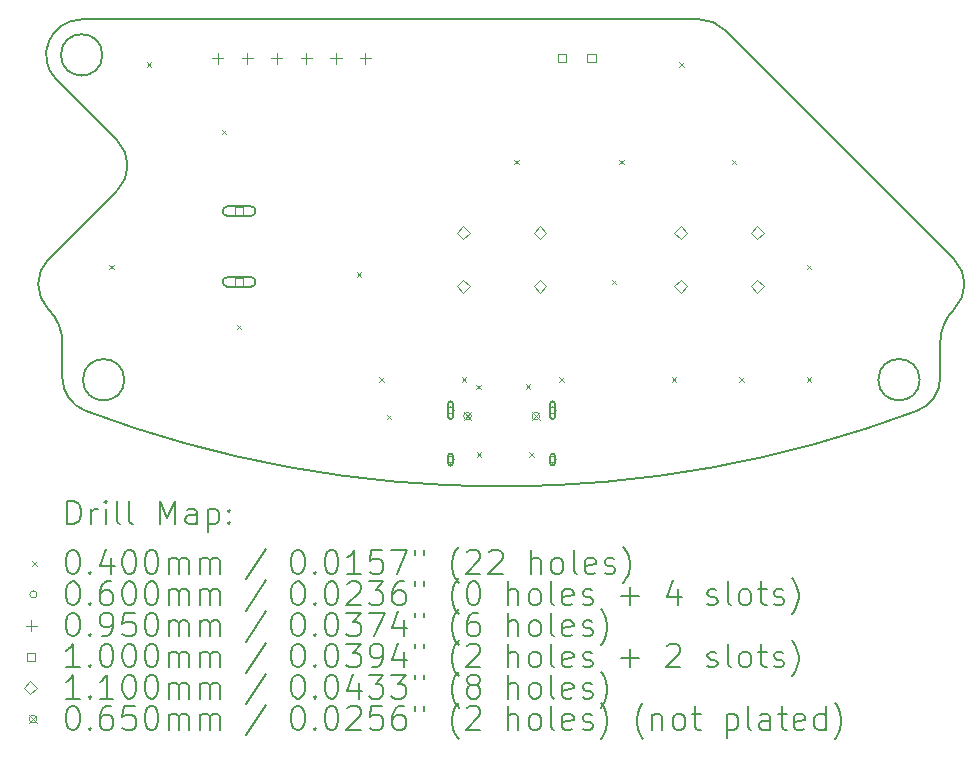
<source format=gbr>
%FSLAX45Y45*%
G04 Gerber Fmt 4.5, Leading zero omitted, Abs format (unit mm)*
G04 Created by KiCad (PCBNEW (6.0.5)) date 2022-10-18 17:57:20*
%MOMM*%
%LPD*%
G01*
G04 APERTURE LIST*
%TA.AperFunction,Profile*%
%ADD10C,0.200000*%
%TD*%
%ADD11C,0.200000*%
%ADD12C,0.040000*%
%ADD13C,0.060000*%
%ADD14C,0.095000*%
%ADD15C,0.100000*%
%ADD16C,0.110000*%
%ADD17C,0.065000*%
G04 APERTURE END LIST*
D10*
X11393861Y-10102975D02*
G75*
G03*
X11276700Y-9820133I-399981J5D01*
G01*
X11276700Y-9395868D02*
G75*
G03*
X11276700Y-9820133I212130J-212132D01*
G01*
X16789590Y-7366000D02*
X11557000Y-7366000D01*
X11393858Y-10398182D02*
G75*
G03*
X11588197Y-10678959I300002J2D01*
G01*
X17001722Y-7453868D02*
G75*
G03*
X16789590Y-7366000I-212132J-212132D01*
G01*
X11557000Y-7366000D02*
G75*
G03*
X11344868Y-7878132I0J-300000D01*
G01*
X11732000Y-7666000D02*
G75*
G03*
X11732000Y-7666000I-175000J0D01*
G01*
X11344868Y-7878132D02*
X11857520Y-8390784D01*
X18943722Y-9820132D02*
G75*
G03*
X18943723Y-9395868I-212132J212132D01*
G01*
X11918063Y-10416546D02*
G75*
G03*
X11918063Y-10416546I-175000J0D01*
G01*
X18826565Y-10398182D02*
X18826565Y-10102975D01*
X11588197Y-10678959D02*
G75*
G03*
X18632226Y-10678959I3522014J9359243D01*
G01*
X18943724Y-9820134D02*
G75*
G03*
X18826565Y-10102975I282846J-282846D01*
G01*
X18652360Y-10416546D02*
G75*
G03*
X18652360Y-10416546I-175000J0D01*
G01*
X11857520Y-8815048D02*
G75*
G03*
X11857520Y-8390784I-212133J212132D01*
G01*
X18632225Y-10678957D02*
G75*
G03*
X18826565Y-10398182I-105645J280767D01*
G01*
X11857520Y-8815049D02*
X11276700Y-9395868D01*
X18943723Y-9395868D02*
X17001722Y-7453868D01*
X11393858Y-10102975D02*
X11393858Y-10398182D01*
D11*
D12*
X11791000Y-9441500D02*
X11831000Y-9481500D01*
X11831000Y-9441500D02*
X11791000Y-9481500D01*
X12108500Y-7727000D02*
X12148500Y-7767000D01*
X12148500Y-7727000D02*
X12108500Y-7767000D01*
X12743500Y-8298500D02*
X12783500Y-8338500D01*
X12783500Y-8298500D02*
X12743500Y-8338500D01*
X12870500Y-9949500D02*
X12910500Y-9989500D01*
X12910500Y-9949500D02*
X12870500Y-9989500D01*
X13886500Y-9505000D02*
X13926500Y-9545000D01*
X13926500Y-9505000D02*
X13886500Y-9545000D01*
X14077000Y-10394000D02*
X14117000Y-10434000D01*
X14117000Y-10394000D02*
X14077000Y-10434000D01*
X14140500Y-10711500D02*
X14180500Y-10751500D01*
X14180500Y-10711500D02*
X14140500Y-10751500D01*
X14775500Y-10394000D02*
X14815500Y-10434000D01*
X14815500Y-10394000D02*
X14775500Y-10434000D01*
X14895550Y-10457500D02*
X14935550Y-10497500D01*
X14935550Y-10457500D02*
X14895550Y-10497500D01*
X14902500Y-11029000D02*
X14942500Y-11069000D01*
X14942500Y-11029000D02*
X14902500Y-11069000D01*
X15220000Y-8552500D02*
X15260000Y-8592500D01*
X15260000Y-8552500D02*
X15220000Y-8592500D01*
X15317343Y-10452384D02*
X15357343Y-10492384D01*
X15357343Y-10452384D02*
X15317343Y-10492384D01*
X15347000Y-11029000D02*
X15387000Y-11069000D01*
X15387000Y-11029000D02*
X15347000Y-11069000D01*
X15601000Y-10394000D02*
X15641000Y-10434000D01*
X15641000Y-10394000D02*
X15601000Y-10434000D01*
X16045500Y-9568500D02*
X16085500Y-9608500D01*
X16085500Y-9568500D02*
X16045500Y-9608500D01*
X16109000Y-8552500D02*
X16149000Y-8592500D01*
X16149000Y-8552500D02*
X16109000Y-8592500D01*
X16553500Y-10394000D02*
X16593500Y-10434000D01*
X16593500Y-10394000D02*
X16553500Y-10434000D01*
X16617000Y-7727000D02*
X16657000Y-7767000D01*
X16657000Y-7727000D02*
X16617000Y-7767000D01*
X17061500Y-8552500D02*
X17101500Y-8592500D01*
X17101500Y-8552500D02*
X17061500Y-8592500D01*
X17125000Y-10394000D02*
X17165000Y-10434000D01*
X17165000Y-10394000D02*
X17125000Y-10434000D01*
X17696500Y-9441500D02*
X17736500Y-9481500D01*
X17736500Y-9441500D02*
X17696500Y-9481500D01*
X17696500Y-10394000D02*
X17736500Y-10434000D01*
X17736500Y-10394000D02*
X17696500Y-10434000D01*
D13*
X14711000Y-10675000D02*
G75*
G03*
X14711000Y-10675000I-30000J0D01*
G01*
D11*
X14661000Y-10620000D02*
X14661000Y-10730000D01*
X14701000Y-10620000D02*
X14701000Y-10730000D01*
X14661000Y-10730000D02*
G75*
G03*
X14701000Y-10730000I20000J0D01*
G01*
X14701000Y-10620000D02*
G75*
G03*
X14661000Y-10620000I-20000J0D01*
G01*
D13*
X14711000Y-11093000D02*
G75*
G03*
X14711000Y-11093000I-30000J0D01*
G01*
D11*
X14661000Y-11063000D02*
X14661000Y-11123000D01*
X14701000Y-11063000D02*
X14701000Y-11123000D01*
X14661000Y-11123000D02*
G75*
G03*
X14701000Y-11123000I20000J0D01*
G01*
X14701000Y-11063000D02*
G75*
G03*
X14661000Y-11063000I-20000J0D01*
G01*
D13*
X15575000Y-10675000D02*
G75*
G03*
X15575000Y-10675000I-30000J0D01*
G01*
D11*
X15525000Y-10620000D02*
X15525000Y-10730000D01*
X15565000Y-10620000D02*
X15565000Y-10730000D01*
X15525000Y-10730000D02*
G75*
G03*
X15565000Y-10730000I20000J0D01*
G01*
X15565000Y-10620000D02*
G75*
G03*
X15525000Y-10620000I-20000J0D01*
G01*
D13*
X15575000Y-11093000D02*
G75*
G03*
X15575000Y-11093000I-30000J0D01*
G01*
D11*
X15525000Y-11063000D02*
X15525000Y-11123000D01*
X15565000Y-11063000D02*
X15565000Y-11123000D01*
X15525000Y-11123000D02*
G75*
G03*
X15565000Y-11123000I20000J0D01*
G01*
X15565000Y-11063000D02*
G75*
G03*
X15525000Y-11063000I-20000J0D01*
G01*
D14*
X12710000Y-7647000D02*
X12710000Y-7742000D01*
X12662500Y-7694500D02*
X12757500Y-7694500D01*
X12960000Y-7647000D02*
X12960000Y-7742000D01*
X12912500Y-7694500D02*
X13007500Y-7694500D01*
X13210000Y-7647000D02*
X13210000Y-7742000D01*
X13162500Y-7694500D02*
X13257500Y-7694500D01*
X13460000Y-7647000D02*
X13460000Y-7742000D01*
X13412500Y-7694500D02*
X13507500Y-7694500D01*
X13710000Y-7647000D02*
X13710000Y-7742000D01*
X13662500Y-7694500D02*
X13757500Y-7694500D01*
X13960000Y-7647000D02*
X13960000Y-7742000D01*
X13912500Y-7694500D02*
X14007500Y-7694500D01*
D15*
X12925856Y-9023856D02*
X12925856Y-8953144D01*
X12855144Y-8953144D01*
X12855144Y-9023856D01*
X12925856Y-9023856D01*
D11*
X12790500Y-9028500D02*
X12990500Y-9028500D01*
X12790500Y-8948500D02*
X12990500Y-8948500D01*
X12990500Y-9028500D02*
G75*
G03*
X12990500Y-8948500I0J40000D01*
G01*
X12790500Y-8948500D02*
G75*
G03*
X12790500Y-9028500I0J-40000D01*
G01*
D15*
X12925856Y-9623856D02*
X12925856Y-9553144D01*
X12855144Y-9553144D01*
X12855144Y-9623856D01*
X12925856Y-9623856D01*
D11*
X12790500Y-9628500D02*
X12990500Y-9628500D01*
X12790500Y-9548500D02*
X12990500Y-9548500D01*
X12990500Y-9628500D02*
G75*
G03*
X12990500Y-9548500I0J40000D01*
G01*
X12790500Y-9548500D02*
G75*
G03*
X12790500Y-9628500I0J-40000D01*
G01*
D15*
X15658356Y-7729856D02*
X15658356Y-7659144D01*
X15587644Y-7659144D01*
X15587644Y-7729856D01*
X15658356Y-7729856D01*
X15908356Y-7729856D02*
X15908356Y-7659144D01*
X15837644Y-7659144D01*
X15837644Y-7729856D01*
X15908356Y-7729856D01*
D16*
X14788000Y-9228000D02*
X14843000Y-9173000D01*
X14788000Y-9118000D01*
X14733000Y-9173000D01*
X14788000Y-9228000D01*
X14788000Y-9678000D02*
X14843000Y-9623000D01*
X14788000Y-9568000D01*
X14733000Y-9623000D01*
X14788000Y-9678000D01*
X15438000Y-9228000D02*
X15493000Y-9173000D01*
X15438000Y-9118000D01*
X15383000Y-9173000D01*
X15438000Y-9228000D01*
X15438000Y-9678000D02*
X15493000Y-9623000D01*
X15438000Y-9568000D01*
X15383000Y-9623000D01*
X15438000Y-9678000D01*
X16629500Y-9228000D02*
X16684500Y-9173000D01*
X16629500Y-9118000D01*
X16574500Y-9173000D01*
X16629500Y-9228000D01*
X16629500Y-9678000D02*
X16684500Y-9623000D01*
X16629500Y-9568000D01*
X16574500Y-9623000D01*
X16629500Y-9678000D01*
X17279500Y-9228000D02*
X17334500Y-9173000D01*
X17279500Y-9118000D01*
X17224500Y-9173000D01*
X17279500Y-9228000D01*
X17279500Y-9678000D02*
X17334500Y-9623000D01*
X17279500Y-9568000D01*
X17224500Y-9623000D01*
X17279500Y-9678000D01*
D17*
X14791500Y-10692500D02*
X14856500Y-10757500D01*
X14856500Y-10692500D02*
X14791500Y-10757500D01*
X14856500Y-10725000D02*
G75*
G03*
X14856500Y-10725000I-32500J0D01*
G01*
X15369500Y-10692500D02*
X15434500Y-10757500D01*
X15434500Y-10692500D02*
X15369500Y-10757500D01*
X15434500Y-10725000D02*
G75*
G03*
X15434500Y-10725000I-32500J0D01*
G01*
D11*
X11436450Y-11640193D02*
X11436450Y-11440193D01*
X11484069Y-11440193D01*
X11512641Y-11449717D01*
X11531689Y-11468764D01*
X11541212Y-11487812D01*
X11550736Y-11525907D01*
X11550736Y-11554478D01*
X11541212Y-11592574D01*
X11531689Y-11611621D01*
X11512641Y-11630669D01*
X11484069Y-11640193D01*
X11436450Y-11640193D01*
X11636450Y-11640193D02*
X11636450Y-11506859D01*
X11636450Y-11544955D02*
X11645974Y-11525907D01*
X11655498Y-11516383D01*
X11674546Y-11506859D01*
X11693593Y-11506859D01*
X11760260Y-11640193D02*
X11760260Y-11506859D01*
X11760260Y-11440193D02*
X11750736Y-11449717D01*
X11760260Y-11459240D01*
X11769784Y-11449717D01*
X11760260Y-11440193D01*
X11760260Y-11459240D01*
X11884069Y-11640193D02*
X11865022Y-11630669D01*
X11855498Y-11611621D01*
X11855498Y-11440193D01*
X11988831Y-11640193D02*
X11969784Y-11630669D01*
X11960260Y-11611621D01*
X11960260Y-11440193D01*
X12217403Y-11640193D02*
X12217403Y-11440193D01*
X12284069Y-11583050D01*
X12350736Y-11440193D01*
X12350736Y-11640193D01*
X12531689Y-11640193D02*
X12531689Y-11535431D01*
X12522165Y-11516383D01*
X12503117Y-11506859D01*
X12465022Y-11506859D01*
X12445974Y-11516383D01*
X12531689Y-11630669D02*
X12512641Y-11640193D01*
X12465022Y-11640193D01*
X12445974Y-11630669D01*
X12436450Y-11611621D01*
X12436450Y-11592574D01*
X12445974Y-11573526D01*
X12465022Y-11564002D01*
X12512641Y-11564002D01*
X12531689Y-11554478D01*
X12626927Y-11506859D02*
X12626927Y-11706859D01*
X12626927Y-11516383D02*
X12645974Y-11506859D01*
X12684069Y-11506859D01*
X12703117Y-11516383D01*
X12712641Y-11525907D01*
X12722165Y-11544955D01*
X12722165Y-11602097D01*
X12712641Y-11621145D01*
X12703117Y-11630669D01*
X12684069Y-11640193D01*
X12645974Y-11640193D01*
X12626927Y-11630669D01*
X12807879Y-11621145D02*
X12817403Y-11630669D01*
X12807879Y-11640193D01*
X12798355Y-11630669D01*
X12807879Y-11621145D01*
X12807879Y-11640193D01*
X12807879Y-11516383D02*
X12817403Y-11525907D01*
X12807879Y-11535431D01*
X12798355Y-11525907D01*
X12807879Y-11516383D01*
X12807879Y-11535431D01*
D12*
X11138832Y-11949717D02*
X11178832Y-11989717D01*
X11178832Y-11949717D02*
X11138832Y-11989717D01*
D11*
X11474546Y-11860193D02*
X11493593Y-11860193D01*
X11512641Y-11869717D01*
X11522165Y-11879240D01*
X11531689Y-11898288D01*
X11541212Y-11936383D01*
X11541212Y-11984002D01*
X11531689Y-12022097D01*
X11522165Y-12041145D01*
X11512641Y-12050669D01*
X11493593Y-12060193D01*
X11474546Y-12060193D01*
X11455498Y-12050669D01*
X11445974Y-12041145D01*
X11436450Y-12022097D01*
X11426927Y-11984002D01*
X11426927Y-11936383D01*
X11436450Y-11898288D01*
X11445974Y-11879240D01*
X11455498Y-11869717D01*
X11474546Y-11860193D01*
X11626927Y-12041145D02*
X11636450Y-12050669D01*
X11626927Y-12060193D01*
X11617403Y-12050669D01*
X11626927Y-12041145D01*
X11626927Y-12060193D01*
X11807879Y-11926859D02*
X11807879Y-12060193D01*
X11760260Y-11850669D02*
X11712641Y-11993526D01*
X11836450Y-11993526D01*
X11950736Y-11860193D02*
X11969784Y-11860193D01*
X11988831Y-11869717D01*
X11998355Y-11879240D01*
X12007879Y-11898288D01*
X12017403Y-11936383D01*
X12017403Y-11984002D01*
X12007879Y-12022097D01*
X11998355Y-12041145D01*
X11988831Y-12050669D01*
X11969784Y-12060193D01*
X11950736Y-12060193D01*
X11931689Y-12050669D01*
X11922165Y-12041145D01*
X11912641Y-12022097D01*
X11903117Y-11984002D01*
X11903117Y-11936383D01*
X11912641Y-11898288D01*
X11922165Y-11879240D01*
X11931689Y-11869717D01*
X11950736Y-11860193D01*
X12141212Y-11860193D02*
X12160260Y-11860193D01*
X12179308Y-11869717D01*
X12188831Y-11879240D01*
X12198355Y-11898288D01*
X12207879Y-11936383D01*
X12207879Y-11984002D01*
X12198355Y-12022097D01*
X12188831Y-12041145D01*
X12179308Y-12050669D01*
X12160260Y-12060193D01*
X12141212Y-12060193D01*
X12122165Y-12050669D01*
X12112641Y-12041145D01*
X12103117Y-12022097D01*
X12093593Y-11984002D01*
X12093593Y-11936383D01*
X12103117Y-11898288D01*
X12112641Y-11879240D01*
X12122165Y-11869717D01*
X12141212Y-11860193D01*
X12293593Y-12060193D02*
X12293593Y-11926859D01*
X12293593Y-11945907D02*
X12303117Y-11936383D01*
X12322165Y-11926859D01*
X12350736Y-11926859D01*
X12369784Y-11936383D01*
X12379308Y-11955431D01*
X12379308Y-12060193D01*
X12379308Y-11955431D02*
X12388831Y-11936383D01*
X12407879Y-11926859D01*
X12436450Y-11926859D01*
X12455498Y-11936383D01*
X12465022Y-11955431D01*
X12465022Y-12060193D01*
X12560260Y-12060193D02*
X12560260Y-11926859D01*
X12560260Y-11945907D02*
X12569784Y-11936383D01*
X12588831Y-11926859D01*
X12617403Y-11926859D01*
X12636450Y-11936383D01*
X12645974Y-11955431D01*
X12645974Y-12060193D01*
X12645974Y-11955431D02*
X12655498Y-11936383D01*
X12674546Y-11926859D01*
X12703117Y-11926859D01*
X12722165Y-11936383D01*
X12731689Y-11955431D01*
X12731689Y-12060193D01*
X13122165Y-11850669D02*
X12950736Y-12107812D01*
X13379308Y-11860193D02*
X13398355Y-11860193D01*
X13417403Y-11869717D01*
X13426927Y-11879240D01*
X13436450Y-11898288D01*
X13445974Y-11936383D01*
X13445974Y-11984002D01*
X13436450Y-12022097D01*
X13426927Y-12041145D01*
X13417403Y-12050669D01*
X13398355Y-12060193D01*
X13379308Y-12060193D01*
X13360260Y-12050669D01*
X13350736Y-12041145D01*
X13341212Y-12022097D01*
X13331689Y-11984002D01*
X13331689Y-11936383D01*
X13341212Y-11898288D01*
X13350736Y-11879240D01*
X13360260Y-11869717D01*
X13379308Y-11860193D01*
X13531689Y-12041145D02*
X13541212Y-12050669D01*
X13531689Y-12060193D01*
X13522165Y-12050669D01*
X13531689Y-12041145D01*
X13531689Y-12060193D01*
X13665022Y-11860193D02*
X13684069Y-11860193D01*
X13703117Y-11869717D01*
X13712641Y-11879240D01*
X13722165Y-11898288D01*
X13731689Y-11936383D01*
X13731689Y-11984002D01*
X13722165Y-12022097D01*
X13712641Y-12041145D01*
X13703117Y-12050669D01*
X13684069Y-12060193D01*
X13665022Y-12060193D01*
X13645974Y-12050669D01*
X13636450Y-12041145D01*
X13626927Y-12022097D01*
X13617403Y-11984002D01*
X13617403Y-11936383D01*
X13626927Y-11898288D01*
X13636450Y-11879240D01*
X13645974Y-11869717D01*
X13665022Y-11860193D01*
X13922165Y-12060193D02*
X13807879Y-12060193D01*
X13865022Y-12060193D02*
X13865022Y-11860193D01*
X13845974Y-11888764D01*
X13826927Y-11907812D01*
X13807879Y-11917336D01*
X14103117Y-11860193D02*
X14007879Y-11860193D01*
X13998355Y-11955431D01*
X14007879Y-11945907D01*
X14026927Y-11936383D01*
X14074546Y-11936383D01*
X14093593Y-11945907D01*
X14103117Y-11955431D01*
X14112641Y-11974478D01*
X14112641Y-12022097D01*
X14103117Y-12041145D01*
X14093593Y-12050669D01*
X14074546Y-12060193D01*
X14026927Y-12060193D01*
X14007879Y-12050669D01*
X13998355Y-12041145D01*
X14179308Y-11860193D02*
X14312641Y-11860193D01*
X14226927Y-12060193D01*
X14379308Y-11860193D02*
X14379308Y-11898288D01*
X14455498Y-11860193D02*
X14455498Y-11898288D01*
X14750736Y-12136383D02*
X14741212Y-12126859D01*
X14722165Y-12098288D01*
X14712641Y-12079240D01*
X14703117Y-12050669D01*
X14693593Y-12003050D01*
X14693593Y-11964955D01*
X14703117Y-11917336D01*
X14712641Y-11888764D01*
X14722165Y-11869717D01*
X14741212Y-11841145D01*
X14750736Y-11831621D01*
X14817403Y-11879240D02*
X14826927Y-11869717D01*
X14845974Y-11860193D01*
X14893593Y-11860193D01*
X14912641Y-11869717D01*
X14922165Y-11879240D01*
X14931689Y-11898288D01*
X14931689Y-11917336D01*
X14922165Y-11945907D01*
X14807879Y-12060193D01*
X14931689Y-12060193D01*
X15007879Y-11879240D02*
X15017403Y-11869717D01*
X15036450Y-11860193D01*
X15084069Y-11860193D01*
X15103117Y-11869717D01*
X15112641Y-11879240D01*
X15122165Y-11898288D01*
X15122165Y-11917336D01*
X15112641Y-11945907D01*
X14998355Y-12060193D01*
X15122165Y-12060193D01*
X15360260Y-12060193D02*
X15360260Y-11860193D01*
X15445974Y-12060193D02*
X15445974Y-11955431D01*
X15436450Y-11936383D01*
X15417403Y-11926859D01*
X15388831Y-11926859D01*
X15369784Y-11936383D01*
X15360260Y-11945907D01*
X15569784Y-12060193D02*
X15550736Y-12050669D01*
X15541212Y-12041145D01*
X15531689Y-12022097D01*
X15531689Y-11964955D01*
X15541212Y-11945907D01*
X15550736Y-11936383D01*
X15569784Y-11926859D01*
X15598355Y-11926859D01*
X15617403Y-11936383D01*
X15626927Y-11945907D01*
X15636450Y-11964955D01*
X15636450Y-12022097D01*
X15626927Y-12041145D01*
X15617403Y-12050669D01*
X15598355Y-12060193D01*
X15569784Y-12060193D01*
X15750736Y-12060193D02*
X15731689Y-12050669D01*
X15722165Y-12031621D01*
X15722165Y-11860193D01*
X15903117Y-12050669D02*
X15884069Y-12060193D01*
X15845974Y-12060193D01*
X15826927Y-12050669D01*
X15817403Y-12031621D01*
X15817403Y-11955431D01*
X15826927Y-11936383D01*
X15845974Y-11926859D01*
X15884069Y-11926859D01*
X15903117Y-11936383D01*
X15912641Y-11955431D01*
X15912641Y-11974478D01*
X15817403Y-11993526D01*
X15988831Y-12050669D02*
X16007879Y-12060193D01*
X16045974Y-12060193D01*
X16065022Y-12050669D01*
X16074546Y-12031621D01*
X16074546Y-12022097D01*
X16065022Y-12003050D01*
X16045974Y-11993526D01*
X16017403Y-11993526D01*
X15998355Y-11984002D01*
X15988831Y-11964955D01*
X15988831Y-11955431D01*
X15998355Y-11936383D01*
X16017403Y-11926859D01*
X16045974Y-11926859D01*
X16065022Y-11936383D01*
X16141212Y-12136383D02*
X16150736Y-12126859D01*
X16169784Y-12098288D01*
X16179308Y-12079240D01*
X16188831Y-12050669D01*
X16198355Y-12003050D01*
X16198355Y-11964955D01*
X16188831Y-11917336D01*
X16179308Y-11888764D01*
X16169784Y-11869717D01*
X16150736Y-11841145D01*
X16141212Y-11831621D01*
D13*
X11178832Y-12233717D02*
G75*
G03*
X11178832Y-12233717I-30000J0D01*
G01*
D11*
X11474546Y-12124193D02*
X11493593Y-12124193D01*
X11512641Y-12133717D01*
X11522165Y-12143240D01*
X11531689Y-12162288D01*
X11541212Y-12200383D01*
X11541212Y-12248002D01*
X11531689Y-12286097D01*
X11522165Y-12305145D01*
X11512641Y-12314669D01*
X11493593Y-12324193D01*
X11474546Y-12324193D01*
X11455498Y-12314669D01*
X11445974Y-12305145D01*
X11436450Y-12286097D01*
X11426927Y-12248002D01*
X11426927Y-12200383D01*
X11436450Y-12162288D01*
X11445974Y-12143240D01*
X11455498Y-12133717D01*
X11474546Y-12124193D01*
X11626927Y-12305145D02*
X11636450Y-12314669D01*
X11626927Y-12324193D01*
X11617403Y-12314669D01*
X11626927Y-12305145D01*
X11626927Y-12324193D01*
X11807879Y-12124193D02*
X11769784Y-12124193D01*
X11750736Y-12133717D01*
X11741212Y-12143240D01*
X11722165Y-12171812D01*
X11712641Y-12209907D01*
X11712641Y-12286097D01*
X11722165Y-12305145D01*
X11731689Y-12314669D01*
X11750736Y-12324193D01*
X11788831Y-12324193D01*
X11807879Y-12314669D01*
X11817403Y-12305145D01*
X11826927Y-12286097D01*
X11826927Y-12238478D01*
X11817403Y-12219431D01*
X11807879Y-12209907D01*
X11788831Y-12200383D01*
X11750736Y-12200383D01*
X11731689Y-12209907D01*
X11722165Y-12219431D01*
X11712641Y-12238478D01*
X11950736Y-12124193D02*
X11969784Y-12124193D01*
X11988831Y-12133717D01*
X11998355Y-12143240D01*
X12007879Y-12162288D01*
X12017403Y-12200383D01*
X12017403Y-12248002D01*
X12007879Y-12286097D01*
X11998355Y-12305145D01*
X11988831Y-12314669D01*
X11969784Y-12324193D01*
X11950736Y-12324193D01*
X11931689Y-12314669D01*
X11922165Y-12305145D01*
X11912641Y-12286097D01*
X11903117Y-12248002D01*
X11903117Y-12200383D01*
X11912641Y-12162288D01*
X11922165Y-12143240D01*
X11931689Y-12133717D01*
X11950736Y-12124193D01*
X12141212Y-12124193D02*
X12160260Y-12124193D01*
X12179308Y-12133717D01*
X12188831Y-12143240D01*
X12198355Y-12162288D01*
X12207879Y-12200383D01*
X12207879Y-12248002D01*
X12198355Y-12286097D01*
X12188831Y-12305145D01*
X12179308Y-12314669D01*
X12160260Y-12324193D01*
X12141212Y-12324193D01*
X12122165Y-12314669D01*
X12112641Y-12305145D01*
X12103117Y-12286097D01*
X12093593Y-12248002D01*
X12093593Y-12200383D01*
X12103117Y-12162288D01*
X12112641Y-12143240D01*
X12122165Y-12133717D01*
X12141212Y-12124193D01*
X12293593Y-12324193D02*
X12293593Y-12190859D01*
X12293593Y-12209907D02*
X12303117Y-12200383D01*
X12322165Y-12190859D01*
X12350736Y-12190859D01*
X12369784Y-12200383D01*
X12379308Y-12219431D01*
X12379308Y-12324193D01*
X12379308Y-12219431D02*
X12388831Y-12200383D01*
X12407879Y-12190859D01*
X12436450Y-12190859D01*
X12455498Y-12200383D01*
X12465022Y-12219431D01*
X12465022Y-12324193D01*
X12560260Y-12324193D02*
X12560260Y-12190859D01*
X12560260Y-12209907D02*
X12569784Y-12200383D01*
X12588831Y-12190859D01*
X12617403Y-12190859D01*
X12636450Y-12200383D01*
X12645974Y-12219431D01*
X12645974Y-12324193D01*
X12645974Y-12219431D02*
X12655498Y-12200383D01*
X12674546Y-12190859D01*
X12703117Y-12190859D01*
X12722165Y-12200383D01*
X12731689Y-12219431D01*
X12731689Y-12324193D01*
X13122165Y-12114669D02*
X12950736Y-12371812D01*
X13379308Y-12124193D02*
X13398355Y-12124193D01*
X13417403Y-12133717D01*
X13426927Y-12143240D01*
X13436450Y-12162288D01*
X13445974Y-12200383D01*
X13445974Y-12248002D01*
X13436450Y-12286097D01*
X13426927Y-12305145D01*
X13417403Y-12314669D01*
X13398355Y-12324193D01*
X13379308Y-12324193D01*
X13360260Y-12314669D01*
X13350736Y-12305145D01*
X13341212Y-12286097D01*
X13331689Y-12248002D01*
X13331689Y-12200383D01*
X13341212Y-12162288D01*
X13350736Y-12143240D01*
X13360260Y-12133717D01*
X13379308Y-12124193D01*
X13531689Y-12305145D02*
X13541212Y-12314669D01*
X13531689Y-12324193D01*
X13522165Y-12314669D01*
X13531689Y-12305145D01*
X13531689Y-12324193D01*
X13665022Y-12124193D02*
X13684069Y-12124193D01*
X13703117Y-12133717D01*
X13712641Y-12143240D01*
X13722165Y-12162288D01*
X13731689Y-12200383D01*
X13731689Y-12248002D01*
X13722165Y-12286097D01*
X13712641Y-12305145D01*
X13703117Y-12314669D01*
X13684069Y-12324193D01*
X13665022Y-12324193D01*
X13645974Y-12314669D01*
X13636450Y-12305145D01*
X13626927Y-12286097D01*
X13617403Y-12248002D01*
X13617403Y-12200383D01*
X13626927Y-12162288D01*
X13636450Y-12143240D01*
X13645974Y-12133717D01*
X13665022Y-12124193D01*
X13807879Y-12143240D02*
X13817403Y-12133717D01*
X13836450Y-12124193D01*
X13884069Y-12124193D01*
X13903117Y-12133717D01*
X13912641Y-12143240D01*
X13922165Y-12162288D01*
X13922165Y-12181336D01*
X13912641Y-12209907D01*
X13798355Y-12324193D01*
X13922165Y-12324193D01*
X13988831Y-12124193D02*
X14112641Y-12124193D01*
X14045974Y-12200383D01*
X14074546Y-12200383D01*
X14093593Y-12209907D01*
X14103117Y-12219431D01*
X14112641Y-12238478D01*
X14112641Y-12286097D01*
X14103117Y-12305145D01*
X14093593Y-12314669D01*
X14074546Y-12324193D01*
X14017403Y-12324193D01*
X13998355Y-12314669D01*
X13988831Y-12305145D01*
X14284069Y-12124193D02*
X14245974Y-12124193D01*
X14226927Y-12133717D01*
X14217403Y-12143240D01*
X14198355Y-12171812D01*
X14188831Y-12209907D01*
X14188831Y-12286097D01*
X14198355Y-12305145D01*
X14207879Y-12314669D01*
X14226927Y-12324193D01*
X14265022Y-12324193D01*
X14284069Y-12314669D01*
X14293593Y-12305145D01*
X14303117Y-12286097D01*
X14303117Y-12238478D01*
X14293593Y-12219431D01*
X14284069Y-12209907D01*
X14265022Y-12200383D01*
X14226927Y-12200383D01*
X14207879Y-12209907D01*
X14198355Y-12219431D01*
X14188831Y-12238478D01*
X14379308Y-12124193D02*
X14379308Y-12162288D01*
X14455498Y-12124193D02*
X14455498Y-12162288D01*
X14750736Y-12400383D02*
X14741212Y-12390859D01*
X14722165Y-12362288D01*
X14712641Y-12343240D01*
X14703117Y-12314669D01*
X14693593Y-12267050D01*
X14693593Y-12228955D01*
X14703117Y-12181336D01*
X14712641Y-12152764D01*
X14722165Y-12133717D01*
X14741212Y-12105145D01*
X14750736Y-12095621D01*
X14865022Y-12124193D02*
X14884069Y-12124193D01*
X14903117Y-12133717D01*
X14912641Y-12143240D01*
X14922165Y-12162288D01*
X14931689Y-12200383D01*
X14931689Y-12248002D01*
X14922165Y-12286097D01*
X14912641Y-12305145D01*
X14903117Y-12314669D01*
X14884069Y-12324193D01*
X14865022Y-12324193D01*
X14845974Y-12314669D01*
X14836450Y-12305145D01*
X14826927Y-12286097D01*
X14817403Y-12248002D01*
X14817403Y-12200383D01*
X14826927Y-12162288D01*
X14836450Y-12143240D01*
X14845974Y-12133717D01*
X14865022Y-12124193D01*
X15169784Y-12324193D02*
X15169784Y-12124193D01*
X15255498Y-12324193D02*
X15255498Y-12219431D01*
X15245974Y-12200383D01*
X15226927Y-12190859D01*
X15198355Y-12190859D01*
X15179308Y-12200383D01*
X15169784Y-12209907D01*
X15379308Y-12324193D02*
X15360260Y-12314669D01*
X15350736Y-12305145D01*
X15341212Y-12286097D01*
X15341212Y-12228955D01*
X15350736Y-12209907D01*
X15360260Y-12200383D01*
X15379308Y-12190859D01*
X15407879Y-12190859D01*
X15426927Y-12200383D01*
X15436450Y-12209907D01*
X15445974Y-12228955D01*
X15445974Y-12286097D01*
X15436450Y-12305145D01*
X15426927Y-12314669D01*
X15407879Y-12324193D01*
X15379308Y-12324193D01*
X15560260Y-12324193D02*
X15541212Y-12314669D01*
X15531689Y-12295621D01*
X15531689Y-12124193D01*
X15712641Y-12314669D02*
X15693593Y-12324193D01*
X15655498Y-12324193D01*
X15636450Y-12314669D01*
X15626927Y-12295621D01*
X15626927Y-12219431D01*
X15636450Y-12200383D01*
X15655498Y-12190859D01*
X15693593Y-12190859D01*
X15712641Y-12200383D01*
X15722165Y-12219431D01*
X15722165Y-12238478D01*
X15626927Y-12257526D01*
X15798355Y-12314669D02*
X15817403Y-12324193D01*
X15855498Y-12324193D01*
X15874546Y-12314669D01*
X15884069Y-12295621D01*
X15884069Y-12286097D01*
X15874546Y-12267050D01*
X15855498Y-12257526D01*
X15826927Y-12257526D01*
X15807879Y-12248002D01*
X15798355Y-12228955D01*
X15798355Y-12219431D01*
X15807879Y-12200383D01*
X15826927Y-12190859D01*
X15855498Y-12190859D01*
X15874546Y-12200383D01*
X16122165Y-12248002D02*
X16274546Y-12248002D01*
X16198355Y-12324193D02*
X16198355Y-12171812D01*
X16607879Y-12190859D02*
X16607879Y-12324193D01*
X16560260Y-12114669D02*
X16512641Y-12257526D01*
X16636450Y-12257526D01*
X16855498Y-12314669D02*
X16874546Y-12324193D01*
X16912641Y-12324193D01*
X16931689Y-12314669D01*
X16941212Y-12295621D01*
X16941212Y-12286097D01*
X16931689Y-12267050D01*
X16912641Y-12257526D01*
X16884070Y-12257526D01*
X16865022Y-12248002D01*
X16855498Y-12228955D01*
X16855498Y-12219431D01*
X16865022Y-12200383D01*
X16884070Y-12190859D01*
X16912641Y-12190859D01*
X16931689Y-12200383D01*
X17055498Y-12324193D02*
X17036451Y-12314669D01*
X17026927Y-12295621D01*
X17026927Y-12124193D01*
X17160260Y-12324193D02*
X17141212Y-12314669D01*
X17131689Y-12305145D01*
X17122165Y-12286097D01*
X17122165Y-12228955D01*
X17131689Y-12209907D01*
X17141212Y-12200383D01*
X17160260Y-12190859D01*
X17188831Y-12190859D01*
X17207879Y-12200383D01*
X17217403Y-12209907D01*
X17226927Y-12228955D01*
X17226927Y-12286097D01*
X17217403Y-12305145D01*
X17207879Y-12314669D01*
X17188831Y-12324193D01*
X17160260Y-12324193D01*
X17284070Y-12190859D02*
X17360260Y-12190859D01*
X17312641Y-12124193D02*
X17312641Y-12295621D01*
X17322165Y-12314669D01*
X17341212Y-12324193D01*
X17360260Y-12324193D01*
X17417403Y-12314669D02*
X17436451Y-12324193D01*
X17474546Y-12324193D01*
X17493593Y-12314669D01*
X17503117Y-12295621D01*
X17503117Y-12286097D01*
X17493593Y-12267050D01*
X17474546Y-12257526D01*
X17445974Y-12257526D01*
X17426927Y-12248002D01*
X17417403Y-12228955D01*
X17417403Y-12219431D01*
X17426927Y-12200383D01*
X17445974Y-12190859D01*
X17474546Y-12190859D01*
X17493593Y-12200383D01*
X17569784Y-12400383D02*
X17579308Y-12390859D01*
X17598355Y-12362288D01*
X17607879Y-12343240D01*
X17617403Y-12314669D01*
X17626927Y-12267050D01*
X17626927Y-12228955D01*
X17617403Y-12181336D01*
X17607879Y-12152764D01*
X17598355Y-12133717D01*
X17579308Y-12105145D01*
X17569784Y-12095621D01*
D14*
X11131332Y-12450217D02*
X11131332Y-12545217D01*
X11083832Y-12497717D02*
X11178832Y-12497717D01*
D11*
X11474546Y-12388193D02*
X11493593Y-12388193D01*
X11512641Y-12397717D01*
X11522165Y-12407240D01*
X11531689Y-12426288D01*
X11541212Y-12464383D01*
X11541212Y-12512002D01*
X11531689Y-12550097D01*
X11522165Y-12569145D01*
X11512641Y-12578669D01*
X11493593Y-12588193D01*
X11474546Y-12588193D01*
X11455498Y-12578669D01*
X11445974Y-12569145D01*
X11436450Y-12550097D01*
X11426927Y-12512002D01*
X11426927Y-12464383D01*
X11436450Y-12426288D01*
X11445974Y-12407240D01*
X11455498Y-12397717D01*
X11474546Y-12388193D01*
X11626927Y-12569145D02*
X11636450Y-12578669D01*
X11626927Y-12588193D01*
X11617403Y-12578669D01*
X11626927Y-12569145D01*
X11626927Y-12588193D01*
X11731689Y-12588193D02*
X11769784Y-12588193D01*
X11788831Y-12578669D01*
X11798355Y-12569145D01*
X11817403Y-12540574D01*
X11826927Y-12502478D01*
X11826927Y-12426288D01*
X11817403Y-12407240D01*
X11807879Y-12397717D01*
X11788831Y-12388193D01*
X11750736Y-12388193D01*
X11731689Y-12397717D01*
X11722165Y-12407240D01*
X11712641Y-12426288D01*
X11712641Y-12473907D01*
X11722165Y-12492955D01*
X11731689Y-12502478D01*
X11750736Y-12512002D01*
X11788831Y-12512002D01*
X11807879Y-12502478D01*
X11817403Y-12492955D01*
X11826927Y-12473907D01*
X12007879Y-12388193D02*
X11912641Y-12388193D01*
X11903117Y-12483431D01*
X11912641Y-12473907D01*
X11931689Y-12464383D01*
X11979308Y-12464383D01*
X11998355Y-12473907D01*
X12007879Y-12483431D01*
X12017403Y-12502478D01*
X12017403Y-12550097D01*
X12007879Y-12569145D01*
X11998355Y-12578669D01*
X11979308Y-12588193D01*
X11931689Y-12588193D01*
X11912641Y-12578669D01*
X11903117Y-12569145D01*
X12141212Y-12388193D02*
X12160260Y-12388193D01*
X12179308Y-12397717D01*
X12188831Y-12407240D01*
X12198355Y-12426288D01*
X12207879Y-12464383D01*
X12207879Y-12512002D01*
X12198355Y-12550097D01*
X12188831Y-12569145D01*
X12179308Y-12578669D01*
X12160260Y-12588193D01*
X12141212Y-12588193D01*
X12122165Y-12578669D01*
X12112641Y-12569145D01*
X12103117Y-12550097D01*
X12093593Y-12512002D01*
X12093593Y-12464383D01*
X12103117Y-12426288D01*
X12112641Y-12407240D01*
X12122165Y-12397717D01*
X12141212Y-12388193D01*
X12293593Y-12588193D02*
X12293593Y-12454859D01*
X12293593Y-12473907D02*
X12303117Y-12464383D01*
X12322165Y-12454859D01*
X12350736Y-12454859D01*
X12369784Y-12464383D01*
X12379308Y-12483431D01*
X12379308Y-12588193D01*
X12379308Y-12483431D02*
X12388831Y-12464383D01*
X12407879Y-12454859D01*
X12436450Y-12454859D01*
X12455498Y-12464383D01*
X12465022Y-12483431D01*
X12465022Y-12588193D01*
X12560260Y-12588193D02*
X12560260Y-12454859D01*
X12560260Y-12473907D02*
X12569784Y-12464383D01*
X12588831Y-12454859D01*
X12617403Y-12454859D01*
X12636450Y-12464383D01*
X12645974Y-12483431D01*
X12645974Y-12588193D01*
X12645974Y-12483431D02*
X12655498Y-12464383D01*
X12674546Y-12454859D01*
X12703117Y-12454859D01*
X12722165Y-12464383D01*
X12731689Y-12483431D01*
X12731689Y-12588193D01*
X13122165Y-12378669D02*
X12950736Y-12635812D01*
X13379308Y-12388193D02*
X13398355Y-12388193D01*
X13417403Y-12397717D01*
X13426927Y-12407240D01*
X13436450Y-12426288D01*
X13445974Y-12464383D01*
X13445974Y-12512002D01*
X13436450Y-12550097D01*
X13426927Y-12569145D01*
X13417403Y-12578669D01*
X13398355Y-12588193D01*
X13379308Y-12588193D01*
X13360260Y-12578669D01*
X13350736Y-12569145D01*
X13341212Y-12550097D01*
X13331689Y-12512002D01*
X13331689Y-12464383D01*
X13341212Y-12426288D01*
X13350736Y-12407240D01*
X13360260Y-12397717D01*
X13379308Y-12388193D01*
X13531689Y-12569145D02*
X13541212Y-12578669D01*
X13531689Y-12588193D01*
X13522165Y-12578669D01*
X13531689Y-12569145D01*
X13531689Y-12588193D01*
X13665022Y-12388193D02*
X13684069Y-12388193D01*
X13703117Y-12397717D01*
X13712641Y-12407240D01*
X13722165Y-12426288D01*
X13731689Y-12464383D01*
X13731689Y-12512002D01*
X13722165Y-12550097D01*
X13712641Y-12569145D01*
X13703117Y-12578669D01*
X13684069Y-12588193D01*
X13665022Y-12588193D01*
X13645974Y-12578669D01*
X13636450Y-12569145D01*
X13626927Y-12550097D01*
X13617403Y-12512002D01*
X13617403Y-12464383D01*
X13626927Y-12426288D01*
X13636450Y-12407240D01*
X13645974Y-12397717D01*
X13665022Y-12388193D01*
X13798355Y-12388193D02*
X13922165Y-12388193D01*
X13855498Y-12464383D01*
X13884069Y-12464383D01*
X13903117Y-12473907D01*
X13912641Y-12483431D01*
X13922165Y-12502478D01*
X13922165Y-12550097D01*
X13912641Y-12569145D01*
X13903117Y-12578669D01*
X13884069Y-12588193D01*
X13826927Y-12588193D01*
X13807879Y-12578669D01*
X13798355Y-12569145D01*
X13988831Y-12388193D02*
X14122165Y-12388193D01*
X14036450Y-12588193D01*
X14284069Y-12454859D02*
X14284069Y-12588193D01*
X14236450Y-12378669D02*
X14188831Y-12521526D01*
X14312641Y-12521526D01*
X14379308Y-12388193D02*
X14379308Y-12426288D01*
X14455498Y-12388193D02*
X14455498Y-12426288D01*
X14750736Y-12664383D02*
X14741212Y-12654859D01*
X14722165Y-12626288D01*
X14712641Y-12607240D01*
X14703117Y-12578669D01*
X14693593Y-12531050D01*
X14693593Y-12492955D01*
X14703117Y-12445336D01*
X14712641Y-12416764D01*
X14722165Y-12397717D01*
X14741212Y-12369145D01*
X14750736Y-12359621D01*
X14912641Y-12388193D02*
X14874546Y-12388193D01*
X14855498Y-12397717D01*
X14845974Y-12407240D01*
X14826927Y-12435812D01*
X14817403Y-12473907D01*
X14817403Y-12550097D01*
X14826927Y-12569145D01*
X14836450Y-12578669D01*
X14855498Y-12588193D01*
X14893593Y-12588193D01*
X14912641Y-12578669D01*
X14922165Y-12569145D01*
X14931689Y-12550097D01*
X14931689Y-12502478D01*
X14922165Y-12483431D01*
X14912641Y-12473907D01*
X14893593Y-12464383D01*
X14855498Y-12464383D01*
X14836450Y-12473907D01*
X14826927Y-12483431D01*
X14817403Y-12502478D01*
X15169784Y-12588193D02*
X15169784Y-12388193D01*
X15255498Y-12588193D02*
X15255498Y-12483431D01*
X15245974Y-12464383D01*
X15226927Y-12454859D01*
X15198355Y-12454859D01*
X15179308Y-12464383D01*
X15169784Y-12473907D01*
X15379308Y-12588193D02*
X15360260Y-12578669D01*
X15350736Y-12569145D01*
X15341212Y-12550097D01*
X15341212Y-12492955D01*
X15350736Y-12473907D01*
X15360260Y-12464383D01*
X15379308Y-12454859D01*
X15407879Y-12454859D01*
X15426927Y-12464383D01*
X15436450Y-12473907D01*
X15445974Y-12492955D01*
X15445974Y-12550097D01*
X15436450Y-12569145D01*
X15426927Y-12578669D01*
X15407879Y-12588193D01*
X15379308Y-12588193D01*
X15560260Y-12588193D02*
X15541212Y-12578669D01*
X15531689Y-12559621D01*
X15531689Y-12388193D01*
X15712641Y-12578669D02*
X15693593Y-12588193D01*
X15655498Y-12588193D01*
X15636450Y-12578669D01*
X15626927Y-12559621D01*
X15626927Y-12483431D01*
X15636450Y-12464383D01*
X15655498Y-12454859D01*
X15693593Y-12454859D01*
X15712641Y-12464383D01*
X15722165Y-12483431D01*
X15722165Y-12502478D01*
X15626927Y-12521526D01*
X15798355Y-12578669D02*
X15817403Y-12588193D01*
X15855498Y-12588193D01*
X15874546Y-12578669D01*
X15884069Y-12559621D01*
X15884069Y-12550097D01*
X15874546Y-12531050D01*
X15855498Y-12521526D01*
X15826927Y-12521526D01*
X15807879Y-12512002D01*
X15798355Y-12492955D01*
X15798355Y-12483431D01*
X15807879Y-12464383D01*
X15826927Y-12454859D01*
X15855498Y-12454859D01*
X15874546Y-12464383D01*
X15950736Y-12664383D02*
X15960260Y-12654859D01*
X15979308Y-12626288D01*
X15988831Y-12607240D01*
X15998355Y-12578669D01*
X16007879Y-12531050D01*
X16007879Y-12492955D01*
X15998355Y-12445336D01*
X15988831Y-12416764D01*
X15979308Y-12397717D01*
X15960260Y-12369145D01*
X15950736Y-12359621D01*
D15*
X11164187Y-12797072D02*
X11164187Y-12726361D01*
X11093476Y-12726361D01*
X11093476Y-12797072D01*
X11164187Y-12797072D01*
D11*
X11541212Y-12852193D02*
X11426927Y-12852193D01*
X11484069Y-12852193D02*
X11484069Y-12652193D01*
X11465022Y-12680764D01*
X11445974Y-12699812D01*
X11426927Y-12709336D01*
X11626927Y-12833145D02*
X11636450Y-12842669D01*
X11626927Y-12852193D01*
X11617403Y-12842669D01*
X11626927Y-12833145D01*
X11626927Y-12852193D01*
X11760260Y-12652193D02*
X11779308Y-12652193D01*
X11798355Y-12661717D01*
X11807879Y-12671240D01*
X11817403Y-12690288D01*
X11826927Y-12728383D01*
X11826927Y-12776002D01*
X11817403Y-12814097D01*
X11807879Y-12833145D01*
X11798355Y-12842669D01*
X11779308Y-12852193D01*
X11760260Y-12852193D01*
X11741212Y-12842669D01*
X11731689Y-12833145D01*
X11722165Y-12814097D01*
X11712641Y-12776002D01*
X11712641Y-12728383D01*
X11722165Y-12690288D01*
X11731689Y-12671240D01*
X11741212Y-12661717D01*
X11760260Y-12652193D01*
X11950736Y-12652193D02*
X11969784Y-12652193D01*
X11988831Y-12661717D01*
X11998355Y-12671240D01*
X12007879Y-12690288D01*
X12017403Y-12728383D01*
X12017403Y-12776002D01*
X12007879Y-12814097D01*
X11998355Y-12833145D01*
X11988831Y-12842669D01*
X11969784Y-12852193D01*
X11950736Y-12852193D01*
X11931689Y-12842669D01*
X11922165Y-12833145D01*
X11912641Y-12814097D01*
X11903117Y-12776002D01*
X11903117Y-12728383D01*
X11912641Y-12690288D01*
X11922165Y-12671240D01*
X11931689Y-12661717D01*
X11950736Y-12652193D01*
X12141212Y-12652193D02*
X12160260Y-12652193D01*
X12179308Y-12661717D01*
X12188831Y-12671240D01*
X12198355Y-12690288D01*
X12207879Y-12728383D01*
X12207879Y-12776002D01*
X12198355Y-12814097D01*
X12188831Y-12833145D01*
X12179308Y-12842669D01*
X12160260Y-12852193D01*
X12141212Y-12852193D01*
X12122165Y-12842669D01*
X12112641Y-12833145D01*
X12103117Y-12814097D01*
X12093593Y-12776002D01*
X12093593Y-12728383D01*
X12103117Y-12690288D01*
X12112641Y-12671240D01*
X12122165Y-12661717D01*
X12141212Y-12652193D01*
X12293593Y-12852193D02*
X12293593Y-12718859D01*
X12293593Y-12737907D02*
X12303117Y-12728383D01*
X12322165Y-12718859D01*
X12350736Y-12718859D01*
X12369784Y-12728383D01*
X12379308Y-12747431D01*
X12379308Y-12852193D01*
X12379308Y-12747431D02*
X12388831Y-12728383D01*
X12407879Y-12718859D01*
X12436450Y-12718859D01*
X12455498Y-12728383D01*
X12465022Y-12747431D01*
X12465022Y-12852193D01*
X12560260Y-12852193D02*
X12560260Y-12718859D01*
X12560260Y-12737907D02*
X12569784Y-12728383D01*
X12588831Y-12718859D01*
X12617403Y-12718859D01*
X12636450Y-12728383D01*
X12645974Y-12747431D01*
X12645974Y-12852193D01*
X12645974Y-12747431D02*
X12655498Y-12728383D01*
X12674546Y-12718859D01*
X12703117Y-12718859D01*
X12722165Y-12728383D01*
X12731689Y-12747431D01*
X12731689Y-12852193D01*
X13122165Y-12642669D02*
X12950736Y-12899812D01*
X13379308Y-12652193D02*
X13398355Y-12652193D01*
X13417403Y-12661717D01*
X13426927Y-12671240D01*
X13436450Y-12690288D01*
X13445974Y-12728383D01*
X13445974Y-12776002D01*
X13436450Y-12814097D01*
X13426927Y-12833145D01*
X13417403Y-12842669D01*
X13398355Y-12852193D01*
X13379308Y-12852193D01*
X13360260Y-12842669D01*
X13350736Y-12833145D01*
X13341212Y-12814097D01*
X13331689Y-12776002D01*
X13331689Y-12728383D01*
X13341212Y-12690288D01*
X13350736Y-12671240D01*
X13360260Y-12661717D01*
X13379308Y-12652193D01*
X13531689Y-12833145D02*
X13541212Y-12842669D01*
X13531689Y-12852193D01*
X13522165Y-12842669D01*
X13531689Y-12833145D01*
X13531689Y-12852193D01*
X13665022Y-12652193D02*
X13684069Y-12652193D01*
X13703117Y-12661717D01*
X13712641Y-12671240D01*
X13722165Y-12690288D01*
X13731689Y-12728383D01*
X13731689Y-12776002D01*
X13722165Y-12814097D01*
X13712641Y-12833145D01*
X13703117Y-12842669D01*
X13684069Y-12852193D01*
X13665022Y-12852193D01*
X13645974Y-12842669D01*
X13636450Y-12833145D01*
X13626927Y-12814097D01*
X13617403Y-12776002D01*
X13617403Y-12728383D01*
X13626927Y-12690288D01*
X13636450Y-12671240D01*
X13645974Y-12661717D01*
X13665022Y-12652193D01*
X13798355Y-12652193D02*
X13922165Y-12652193D01*
X13855498Y-12728383D01*
X13884069Y-12728383D01*
X13903117Y-12737907D01*
X13912641Y-12747431D01*
X13922165Y-12766478D01*
X13922165Y-12814097D01*
X13912641Y-12833145D01*
X13903117Y-12842669D01*
X13884069Y-12852193D01*
X13826927Y-12852193D01*
X13807879Y-12842669D01*
X13798355Y-12833145D01*
X14017403Y-12852193D02*
X14055498Y-12852193D01*
X14074546Y-12842669D01*
X14084069Y-12833145D01*
X14103117Y-12804574D01*
X14112641Y-12766478D01*
X14112641Y-12690288D01*
X14103117Y-12671240D01*
X14093593Y-12661717D01*
X14074546Y-12652193D01*
X14036450Y-12652193D01*
X14017403Y-12661717D01*
X14007879Y-12671240D01*
X13998355Y-12690288D01*
X13998355Y-12737907D01*
X14007879Y-12756955D01*
X14017403Y-12766478D01*
X14036450Y-12776002D01*
X14074546Y-12776002D01*
X14093593Y-12766478D01*
X14103117Y-12756955D01*
X14112641Y-12737907D01*
X14284069Y-12718859D02*
X14284069Y-12852193D01*
X14236450Y-12642669D02*
X14188831Y-12785526D01*
X14312641Y-12785526D01*
X14379308Y-12652193D02*
X14379308Y-12690288D01*
X14455498Y-12652193D02*
X14455498Y-12690288D01*
X14750736Y-12928383D02*
X14741212Y-12918859D01*
X14722165Y-12890288D01*
X14712641Y-12871240D01*
X14703117Y-12842669D01*
X14693593Y-12795050D01*
X14693593Y-12756955D01*
X14703117Y-12709336D01*
X14712641Y-12680764D01*
X14722165Y-12661717D01*
X14741212Y-12633145D01*
X14750736Y-12623621D01*
X14817403Y-12671240D02*
X14826927Y-12661717D01*
X14845974Y-12652193D01*
X14893593Y-12652193D01*
X14912641Y-12661717D01*
X14922165Y-12671240D01*
X14931689Y-12690288D01*
X14931689Y-12709336D01*
X14922165Y-12737907D01*
X14807879Y-12852193D01*
X14931689Y-12852193D01*
X15169784Y-12852193D02*
X15169784Y-12652193D01*
X15255498Y-12852193D02*
X15255498Y-12747431D01*
X15245974Y-12728383D01*
X15226927Y-12718859D01*
X15198355Y-12718859D01*
X15179308Y-12728383D01*
X15169784Y-12737907D01*
X15379308Y-12852193D02*
X15360260Y-12842669D01*
X15350736Y-12833145D01*
X15341212Y-12814097D01*
X15341212Y-12756955D01*
X15350736Y-12737907D01*
X15360260Y-12728383D01*
X15379308Y-12718859D01*
X15407879Y-12718859D01*
X15426927Y-12728383D01*
X15436450Y-12737907D01*
X15445974Y-12756955D01*
X15445974Y-12814097D01*
X15436450Y-12833145D01*
X15426927Y-12842669D01*
X15407879Y-12852193D01*
X15379308Y-12852193D01*
X15560260Y-12852193D02*
X15541212Y-12842669D01*
X15531689Y-12823621D01*
X15531689Y-12652193D01*
X15712641Y-12842669D02*
X15693593Y-12852193D01*
X15655498Y-12852193D01*
X15636450Y-12842669D01*
X15626927Y-12823621D01*
X15626927Y-12747431D01*
X15636450Y-12728383D01*
X15655498Y-12718859D01*
X15693593Y-12718859D01*
X15712641Y-12728383D01*
X15722165Y-12747431D01*
X15722165Y-12766478D01*
X15626927Y-12785526D01*
X15798355Y-12842669D02*
X15817403Y-12852193D01*
X15855498Y-12852193D01*
X15874546Y-12842669D01*
X15884069Y-12823621D01*
X15884069Y-12814097D01*
X15874546Y-12795050D01*
X15855498Y-12785526D01*
X15826927Y-12785526D01*
X15807879Y-12776002D01*
X15798355Y-12756955D01*
X15798355Y-12747431D01*
X15807879Y-12728383D01*
X15826927Y-12718859D01*
X15855498Y-12718859D01*
X15874546Y-12728383D01*
X16122165Y-12776002D02*
X16274546Y-12776002D01*
X16198355Y-12852193D02*
X16198355Y-12699812D01*
X16512641Y-12671240D02*
X16522165Y-12661717D01*
X16541212Y-12652193D01*
X16588831Y-12652193D01*
X16607879Y-12661717D01*
X16617403Y-12671240D01*
X16626927Y-12690288D01*
X16626927Y-12709336D01*
X16617403Y-12737907D01*
X16503117Y-12852193D01*
X16626927Y-12852193D01*
X16855498Y-12842669D02*
X16874546Y-12852193D01*
X16912641Y-12852193D01*
X16931689Y-12842669D01*
X16941212Y-12823621D01*
X16941212Y-12814097D01*
X16931689Y-12795050D01*
X16912641Y-12785526D01*
X16884070Y-12785526D01*
X16865022Y-12776002D01*
X16855498Y-12756955D01*
X16855498Y-12747431D01*
X16865022Y-12728383D01*
X16884070Y-12718859D01*
X16912641Y-12718859D01*
X16931689Y-12728383D01*
X17055498Y-12852193D02*
X17036451Y-12842669D01*
X17026927Y-12823621D01*
X17026927Y-12652193D01*
X17160260Y-12852193D02*
X17141212Y-12842669D01*
X17131689Y-12833145D01*
X17122165Y-12814097D01*
X17122165Y-12756955D01*
X17131689Y-12737907D01*
X17141212Y-12728383D01*
X17160260Y-12718859D01*
X17188831Y-12718859D01*
X17207879Y-12728383D01*
X17217403Y-12737907D01*
X17226927Y-12756955D01*
X17226927Y-12814097D01*
X17217403Y-12833145D01*
X17207879Y-12842669D01*
X17188831Y-12852193D01*
X17160260Y-12852193D01*
X17284070Y-12718859D02*
X17360260Y-12718859D01*
X17312641Y-12652193D02*
X17312641Y-12823621D01*
X17322165Y-12842669D01*
X17341212Y-12852193D01*
X17360260Y-12852193D01*
X17417403Y-12842669D02*
X17436451Y-12852193D01*
X17474546Y-12852193D01*
X17493593Y-12842669D01*
X17503117Y-12823621D01*
X17503117Y-12814097D01*
X17493593Y-12795050D01*
X17474546Y-12785526D01*
X17445974Y-12785526D01*
X17426927Y-12776002D01*
X17417403Y-12756955D01*
X17417403Y-12747431D01*
X17426927Y-12728383D01*
X17445974Y-12718859D01*
X17474546Y-12718859D01*
X17493593Y-12728383D01*
X17569784Y-12928383D02*
X17579308Y-12918859D01*
X17598355Y-12890288D01*
X17607879Y-12871240D01*
X17617403Y-12842669D01*
X17626927Y-12795050D01*
X17626927Y-12756955D01*
X17617403Y-12709336D01*
X17607879Y-12680764D01*
X17598355Y-12661717D01*
X17579308Y-12633145D01*
X17569784Y-12623621D01*
D16*
X11123832Y-13080717D02*
X11178832Y-13025717D01*
X11123832Y-12970717D01*
X11068832Y-13025717D01*
X11123832Y-13080717D01*
D11*
X11541212Y-13116193D02*
X11426927Y-13116193D01*
X11484069Y-13116193D02*
X11484069Y-12916193D01*
X11465022Y-12944764D01*
X11445974Y-12963812D01*
X11426927Y-12973336D01*
X11626927Y-13097145D02*
X11636450Y-13106669D01*
X11626927Y-13116193D01*
X11617403Y-13106669D01*
X11626927Y-13097145D01*
X11626927Y-13116193D01*
X11826927Y-13116193D02*
X11712641Y-13116193D01*
X11769784Y-13116193D02*
X11769784Y-12916193D01*
X11750736Y-12944764D01*
X11731689Y-12963812D01*
X11712641Y-12973336D01*
X11950736Y-12916193D02*
X11969784Y-12916193D01*
X11988831Y-12925717D01*
X11998355Y-12935240D01*
X12007879Y-12954288D01*
X12017403Y-12992383D01*
X12017403Y-13040002D01*
X12007879Y-13078097D01*
X11998355Y-13097145D01*
X11988831Y-13106669D01*
X11969784Y-13116193D01*
X11950736Y-13116193D01*
X11931689Y-13106669D01*
X11922165Y-13097145D01*
X11912641Y-13078097D01*
X11903117Y-13040002D01*
X11903117Y-12992383D01*
X11912641Y-12954288D01*
X11922165Y-12935240D01*
X11931689Y-12925717D01*
X11950736Y-12916193D01*
X12141212Y-12916193D02*
X12160260Y-12916193D01*
X12179308Y-12925717D01*
X12188831Y-12935240D01*
X12198355Y-12954288D01*
X12207879Y-12992383D01*
X12207879Y-13040002D01*
X12198355Y-13078097D01*
X12188831Y-13097145D01*
X12179308Y-13106669D01*
X12160260Y-13116193D01*
X12141212Y-13116193D01*
X12122165Y-13106669D01*
X12112641Y-13097145D01*
X12103117Y-13078097D01*
X12093593Y-13040002D01*
X12093593Y-12992383D01*
X12103117Y-12954288D01*
X12112641Y-12935240D01*
X12122165Y-12925717D01*
X12141212Y-12916193D01*
X12293593Y-13116193D02*
X12293593Y-12982859D01*
X12293593Y-13001907D02*
X12303117Y-12992383D01*
X12322165Y-12982859D01*
X12350736Y-12982859D01*
X12369784Y-12992383D01*
X12379308Y-13011431D01*
X12379308Y-13116193D01*
X12379308Y-13011431D02*
X12388831Y-12992383D01*
X12407879Y-12982859D01*
X12436450Y-12982859D01*
X12455498Y-12992383D01*
X12465022Y-13011431D01*
X12465022Y-13116193D01*
X12560260Y-13116193D02*
X12560260Y-12982859D01*
X12560260Y-13001907D02*
X12569784Y-12992383D01*
X12588831Y-12982859D01*
X12617403Y-12982859D01*
X12636450Y-12992383D01*
X12645974Y-13011431D01*
X12645974Y-13116193D01*
X12645974Y-13011431D02*
X12655498Y-12992383D01*
X12674546Y-12982859D01*
X12703117Y-12982859D01*
X12722165Y-12992383D01*
X12731689Y-13011431D01*
X12731689Y-13116193D01*
X13122165Y-12906669D02*
X12950736Y-13163812D01*
X13379308Y-12916193D02*
X13398355Y-12916193D01*
X13417403Y-12925717D01*
X13426927Y-12935240D01*
X13436450Y-12954288D01*
X13445974Y-12992383D01*
X13445974Y-13040002D01*
X13436450Y-13078097D01*
X13426927Y-13097145D01*
X13417403Y-13106669D01*
X13398355Y-13116193D01*
X13379308Y-13116193D01*
X13360260Y-13106669D01*
X13350736Y-13097145D01*
X13341212Y-13078097D01*
X13331689Y-13040002D01*
X13331689Y-12992383D01*
X13341212Y-12954288D01*
X13350736Y-12935240D01*
X13360260Y-12925717D01*
X13379308Y-12916193D01*
X13531689Y-13097145D02*
X13541212Y-13106669D01*
X13531689Y-13116193D01*
X13522165Y-13106669D01*
X13531689Y-13097145D01*
X13531689Y-13116193D01*
X13665022Y-12916193D02*
X13684069Y-12916193D01*
X13703117Y-12925717D01*
X13712641Y-12935240D01*
X13722165Y-12954288D01*
X13731689Y-12992383D01*
X13731689Y-13040002D01*
X13722165Y-13078097D01*
X13712641Y-13097145D01*
X13703117Y-13106669D01*
X13684069Y-13116193D01*
X13665022Y-13116193D01*
X13645974Y-13106669D01*
X13636450Y-13097145D01*
X13626927Y-13078097D01*
X13617403Y-13040002D01*
X13617403Y-12992383D01*
X13626927Y-12954288D01*
X13636450Y-12935240D01*
X13645974Y-12925717D01*
X13665022Y-12916193D01*
X13903117Y-12982859D02*
X13903117Y-13116193D01*
X13855498Y-12906669D02*
X13807879Y-13049526D01*
X13931689Y-13049526D01*
X13988831Y-12916193D02*
X14112641Y-12916193D01*
X14045974Y-12992383D01*
X14074546Y-12992383D01*
X14093593Y-13001907D01*
X14103117Y-13011431D01*
X14112641Y-13030478D01*
X14112641Y-13078097D01*
X14103117Y-13097145D01*
X14093593Y-13106669D01*
X14074546Y-13116193D01*
X14017403Y-13116193D01*
X13998355Y-13106669D01*
X13988831Y-13097145D01*
X14179308Y-12916193D02*
X14303117Y-12916193D01*
X14236450Y-12992383D01*
X14265022Y-12992383D01*
X14284069Y-13001907D01*
X14293593Y-13011431D01*
X14303117Y-13030478D01*
X14303117Y-13078097D01*
X14293593Y-13097145D01*
X14284069Y-13106669D01*
X14265022Y-13116193D01*
X14207879Y-13116193D01*
X14188831Y-13106669D01*
X14179308Y-13097145D01*
X14379308Y-12916193D02*
X14379308Y-12954288D01*
X14455498Y-12916193D02*
X14455498Y-12954288D01*
X14750736Y-13192383D02*
X14741212Y-13182859D01*
X14722165Y-13154288D01*
X14712641Y-13135240D01*
X14703117Y-13106669D01*
X14693593Y-13059050D01*
X14693593Y-13020955D01*
X14703117Y-12973336D01*
X14712641Y-12944764D01*
X14722165Y-12925717D01*
X14741212Y-12897145D01*
X14750736Y-12887621D01*
X14855498Y-13001907D02*
X14836450Y-12992383D01*
X14826927Y-12982859D01*
X14817403Y-12963812D01*
X14817403Y-12954288D01*
X14826927Y-12935240D01*
X14836450Y-12925717D01*
X14855498Y-12916193D01*
X14893593Y-12916193D01*
X14912641Y-12925717D01*
X14922165Y-12935240D01*
X14931689Y-12954288D01*
X14931689Y-12963812D01*
X14922165Y-12982859D01*
X14912641Y-12992383D01*
X14893593Y-13001907D01*
X14855498Y-13001907D01*
X14836450Y-13011431D01*
X14826927Y-13020955D01*
X14817403Y-13040002D01*
X14817403Y-13078097D01*
X14826927Y-13097145D01*
X14836450Y-13106669D01*
X14855498Y-13116193D01*
X14893593Y-13116193D01*
X14912641Y-13106669D01*
X14922165Y-13097145D01*
X14931689Y-13078097D01*
X14931689Y-13040002D01*
X14922165Y-13020955D01*
X14912641Y-13011431D01*
X14893593Y-13001907D01*
X15169784Y-13116193D02*
X15169784Y-12916193D01*
X15255498Y-13116193D02*
X15255498Y-13011431D01*
X15245974Y-12992383D01*
X15226927Y-12982859D01*
X15198355Y-12982859D01*
X15179308Y-12992383D01*
X15169784Y-13001907D01*
X15379308Y-13116193D02*
X15360260Y-13106669D01*
X15350736Y-13097145D01*
X15341212Y-13078097D01*
X15341212Y-13020955D01*
X15350736Y-13001907D01*
X15360260Y-12992383D01*
X15379308Y-12982859D01*
X15407879Y-12982859D01*
X15426927Y-12992383D01*
X15436450Y-13001907D01*
X15445974Y-13020955D01*
X15445974Y-13078097D01*
X15436450Y-13097145D01*
X15426927Y-13106669D01*
X15407879Y-13116193D01*
X15379308Y-13116193D01*
X15560260Y-13116193D02*
X15541212Y-13106669D01*
X15531689Y-13087621D01*
X15531689Y-12916193D01*
X15712641Y-13106669D02*
X15693593Y-13116193D01*
X15655498Y-13116193D01*
X15636450Y-13106669D01*
X15626927Y-13087621D01*
X15626927Y-13011431D01*
X15636450Y-12992383D01*
X15655498Y-12982859D01*
X15693593Y-12982859D01*
X15712641Y-12992383D01*
X15722165Y-13011431D01*
X15722165Y-13030478D01*
X15626927Y-13049526D01*
X15798355Y-13106669D02*
X15817403Y-13116193D01*
X15855498Y-13116193D01*
X15874546Y-13106669D01*
X15884069Y-13087621D01*
X15884069Y-13078097D01*
X15874546Y-13059050D01*
X15855498Y-13049526D01*
X15826927Y-13049526D01*
X15807879Y-13040002D01*
X15798355Y-13020955D01*
X15798355Y-13011431D01*
X15807879Y-12992383D01*
X15826927Y-12982859D01*
X15855498Y-12982859D01*
X15874546Y-12992383D01*
X15950736Y-13192383D02*
X15960260Y-13182859D01*
X15979308Y-13154288D01*
X15988831Y-13135240D01*
X15998355Y-13106669D01*
X16007879Y-13059050D01*
X16007879Y-13020955D01*
X15998355Y-12973336D01*
X15988831Y-12944764D01*
X15979308Y-12925717D01*
X15960260Y-12897145D01*
X15950736Y-12887621D01*
D17*
X11113832Y-13257217D02*
X11178832Y-13322217D01*
X11178832Y-13257217D02*
X11113832Y-13322217D01*
X11178832Y-13289717D02*
G75*
G03*
X11178832Y-13289717I-32500J0D01*
G01*
D11*
X11474546Y-13180193D02*
X11493593Y-13180193D01*
X11512641Y-13189717D01*
X11522165Y-13199240D01*
X11531689Y-13218288D01*
X11541212Y-13256383D01*
X11541212Y-13304002D01*
X11531689Y-13342097D01*
X11522165Y-13361145D01*
X11512641Y-13370669D01*
X11493593Y-13380193D01*
X11474546Y-13380193D01*
X11455498Y-13370669D01*
X11445974Y-13361145D01*
X11436450Y-13342097D01*
X11426927Y-13304002D01*
X11426927Y-13256383D01*
X11436450Y-13218288D01*
X11445974Y-13199240D01*
X11455498Y-13189717D01*
X11474546Y-13180193D01*
X11626927Y-13361145D02*
X11636450Y-13370669D01*
X11626927Y-13380193D01*
X11617403Y-13370669D01*
X11626927Y-13361145D01*
X11626927Y-13380193D01*
X11807879Y-13180193D02*
X11769784Y-13180193D01*
X11750736Y-13189717D01*
X11741212Y-13199240D01*
X11722165Y-13227812D01*
X11712641Y-13265907D01*
X11712641Y-13342097D01*
X11722165Y-13361145D01*
X11731689Y-13370669D01*
X11750736Y-13380193D01*
X11788831Y-13380193D01*
X11807879Y-13370669D01*
X11817403Y-13361145D01*
X11826927Y-13342097D01*
X11826927Y-13294478D01*
X11817403Y-13275431D01*
X11807879Y-13265907D01*
X11788831Y-13256383D01*
X11750736Y-13256383D01*
X11731689Y-13265907D01*
X11722165Y-13275431D01*
X11712641Y-13294478D01*
X12007879Y-13180193D02*
X11912641Y-13180193D01*
X11903117Y-13275431D01*
X11912641Y-13265907D01*
X11931689Y-13256383D01*
X11979308Y-13256383D01*
X11998355Y-13265907D01*
X12007879Y-13275431D01*
X12017403Y-13294478D01*
X12017403Y-13342097D01*
X12007879Y-13361145D01*
X11998355Y-13370669D01*
X11979308Y-13380193D01*
X11931689Y-13380193D01*
X11912641Y-13370669D01*
X11903117Y-13361145D01*
X12141212Y-13180193D02*
X12160260Y-13180193D01*
X12179308Y-13189717D01*
X12188831Y-13199240D01*
X12198355Y-13218288D01*
X12207879Y-13256383D01*
X12207879Y-13304002D01*
X12198355Y-13342097D01*
X12188831Y-13361145D01*
X12179308Y-13370669D01*
X12160260Y-13380193D01*
X12141212Y-13380193D01*
X12122165Y-13370669D01*
X12112641Y-13361145D01*
X12103117Y-13342097D01*
X12093593Y-13304002D01*
X12093593Y-13256383D01*
X12103117Y-13218288D01*
X12112641Y-13199240D01*
X12122165Y-13189717D01*
X12141212Y-13180193D01*
X12293593Y-13380193D02*
X12293593Y-13246859D01*
X12293593Y-13265907D02*
X12303117Y-13256383D01*
X12322165Y-13246859D01*
X12350736Y-13246859D01*
X12369784Y-13256383D01*
X12379308Y-13275431D01*
X12379308Y-13380193D01*
X12379308Y-13275431D02*
X12388831Y-13256383D01*
X12407879Y-13246859D01*
X12436450Y-13246859D01*
X12455498Y-13256383D01*
X12465022Y-13275431D01*
X12465022Y-13380193D01*
X12560260Y-13380193D02*
X12560260Y-13246859D01*
X12560260Y-13265907D02*
X12569784Y-13256383D01*
X12588831Y-13246859D01*
X12617403Y-13246859D01*
X12636450Y-13256383D01*
X12645974Y-13275431D01*
X12645974Y-13380193D01*
X12645974Y-13275431D02*
X12655498Y-13256383D01*
X12674546Y-13246859D01*
X12703117Y-13246859D01*
X12722165Y-13256383D01*
X12731689Y-13275431D01*
X12731689Y-13380193D01*
X13122165Y-13170669D02*
X12950736Y-13427812D01*
X13379308Y-13180193D02*
X13398355Y-13180193D01*
X13417403Y-13189717D01*
X13426927Y-13199240D01*
X13436450Y-13218288D01*
X13445974Y-13256383D01*
X13445974Y-13304002D01*
X13436450Y-13342097D01*
X13426927Y-13361145D01*
X13417403Y-13370669D01*
X13398355Y-13380193D01*
X13379308Y-13380193D01*
X13360260Y-13370669D01*
X13350736Y-13361145D01*
X13341212Y-13342097D01*
X13331689Y-13304002D01*
X13331689Y-13256383D01*
X13341212Y-13218288D01*
X13350736Y-13199240D01*
X13360260Y-13189717D01*
X13379308Y-13180193D01*
X13531689Y-13361145D02*
X13541212Y-13370669D01*
X13531689Y-13380193D01*
X13522165Y-13370669D01*
X13531689Y-13361145D01*
X13531689Y-13380193D01*
X13665022Y-13180193D02*
X13684069Y-13180193D01*
X13703117Y-13189717D01*
X13712641Y-13199240D01*
X13722165Y-13218288D01*
X13731689Y-13256383D01*
X13731689Y-13304002D01*
X13722165Y-13342097D01*
X13712641Y-13361145D01*
X13703117Y-13370669D01*
X13684069Y-13380193D01*
X13665022Y-13380193D01*
X13645974Y-13370669D01*
X13636450Y-13361145D01*
X13626927Y-13342097D01*
X13617403Y-13304002D01*
X13617403Y-13256383D01*
X13626927Y-13218288D01*
X13636450Y-13199240D01*
X13645974Y-13189717D01*
X13665022Y-13180193D01*
X13807879Y-13199240D02*
X13817403Y-13189717D01*
X13836450Y-13180193D01*
X13884069Y-13180193D01*
X13903117Y-13189717D01*
X13912641Y-13199240D01*
X13922165Y-13218288D01*
X13922165Y-13237336D01*
X13912641Y-13265907D01*
X13798355Y-13380193D01*
X13922165Y-13380193D01*
X14103117Y-13180193D02*
X14007879Y-13180193D01*
X13998355Y-13275431D01*
X14007879Y-13265907D01*
X14026927Y-13256383D01*
X14074546Y-13256383D01*
X14093593Y-13265907D01*
X14103117Y-13275431D01*
X14112641Y-13294478D01*
X14112641Y-13342097D01*
X14103117Y-13361145D01*
X14093593Y-13370669D01*
X14074546Y-13380193D01*
X14026927Y-13380193D01*
X14007879Y-13370669D01*
X13998355Y-13361145D01*
X14284069Y-13180193D02*
X14245974Y-13180193D01*
X14226927Y-13189717D01*
X14217403Y-13199240D01*
X14198355Y-13227812D01*
X14188831Y-13265907D01*
X14188831Y-13342097D01*
X14198355Y-13361145D01*
X14207879Y-13370669D01*
X14226927Y-13380193D01*
X14265022Y-13380193D01*
X14284069Y-13370669D01*
X14293593Y-13361145D01*
X14303117Y-13342097D01*
X14303117Y-13294478D01*
X14293593Y-13275431D01*
X14284069Y-13265907D01*
X14265022Y-13256383D01*
X14226927Y-13256383D01*
X14207879Y-13265907D01*
X14198355Y-13275431D01*
X14188831Y-13294478D01*
X14379308Y-13180193D02*
X14379308Y-13218288D01*
X14455498Y-13180193D02*
X14455498Y-13218288D01*
X14750736Y-13456383D02*
X14741212Y-13446859D01*
X14722165Y-13418288D01*
X14712641Y-13399240D01*
X14703117Y-13370669D01*
X14693593Y-13323050D01*
X14693593Y-13284955D01*
X14703117Y-13237336D01*
X14712641Y-13208764D01*
X14722165Y-13189717D01*
X14741212Y-13161145D01*
X14750736Y-13151621D01*
X14817403Y-13199240D02*
X14826927Y-13189717D01*
X14845974Y-13180193D01*
X14893593Y-13180193D01*
X14912641Y-13189717D01*
X14922165Y-13199240D01*
X14931689Y-13218288D01*
X14931689Y-13237336D01*
X14922165Y-13265907D01*
X14807879Y-13380193D01*
X14931689Y-13380193D01*
X15169784Y-13380193D02*
X15169784Y-13180193D01*
X15255498Y-13380193D02*
X15255498Y-13275431D01*
X15245974Y-13256383D01*
X15226927Y-13246859D01*
X15198355Y-13246859D01*
X15179308Y-13256383D01*
X15169784Y-13265907D01*
X15379308Y-13380193D02*
X15360260Y-13370669D01*
X15350736Y-13361145D01*
X15341212Y-13342097D01*
X15341212Y-13284955D01*
X15350736Y-13265907D01*
X15360260Y-13256383D01*
X15379308Y-13246859D01*
X15407879Y-13246859D01*
X15426927Y-13256383D01*
X15436450Y-13265907D01*
X15445974Y-13284955D01*
X15445974Y-13342097D01*
X15436450Y-13361145D01*
X15426927Y-13370669D01*
X15407879Y-13380193D01*
X15379308Y-13380193D01*
X15560260Y-13380193D02*
X15541212Y-13370669D01*
X15531689Y-13351621D01*
X15531689Y-13180193D01*
X15712641Y-13370669D02*
X15693593Y-13380193D01*
X15655498Y-13380193D01*
X15636450Y-13370669D01*
X15626927Y-13351621D01*
X15626927Y-13275431D01*
X15636450Y-13256383D01*
X15655498Y-13246859D01*
X15693593Y-13246859D01*
X15712641Y-13256383D01*
X15722165Y-13275431D01*
X15722165Y-13294478D01*
X15626927Y-13313526D01*
X15798355Y-13370669D02*
X15817403Y-13380193D01*
X15855498Y-13380193D01*
X15874546Y-13370669D01*
X15884069Y-13351621D01*
X15884069Y-13342097D01*
X15874546Y-13323050D01*
X15855498Y-13313526D01*
X15826927Y-13313526D01*
X15807879Y-13304002D01*
X15798355Y-13284955D01*
X15798355Y-13275431D01*
X15807879Y-13256383D01*
X15826927Y-13246859D01*
X15855498Y-13246859D01*
X15874546Y-13256383D01*
X15950736Y-13456383D02*
X15960260Y-13446859D01*
X15979308Y-13418288D01*
X15988831Y-13399240D01*
X15998355Y-13370669D01*
X16007879Y-13323050D01*
X16007879Y-13284955D01*
X15998355Y-13237336D01*
X15988831Y-13208764D01*
X15979308Y-13189717D01*
X15960260Y-13161145D01*
X15950736Y-13151621D01*
X16312641Y-13456383D02*
X16303117Y-13446859D01*
X16284069Y-13418288D01*
X16274546Y-13399240D01*
X16265022Y-13370669D01*
X16255498Y-13323050D01*
X16255498Y-13284955D01*
X16265022Y-13237336D01*
X16274546Y-13208764D01*
X16284069Y-13189717D01*
X16303117Y-13161145D01*
X16312641Y-13151621D01*
X16388831Y-13246859D02*
X16388831Y-13380193D01*
X16388831Y-13265907D02*
X16398355Y-13256383D01*
X16417403Y-13246859D01*
X16445974Y-13246859D01*
X16465022Y-13256383D01*
X16474546Y-13275431D01*
X16474546Y-13380193D01*
X16598355Y-13380193D02*
X16579308Y-13370669D01*
X16569784Y-13361145D01*
X16560260Y-13342097D01*
X16560260Y-13284955D01*
X16569784Y-13265907D01*
X16579308Y-13256383D01*
X16598355Y-13246859D01*
X16626927Y-13246859D01*
X16645974Y-13256383D01*
X16655498Y-13265907D01*
X16665022Y-13284955D01*
X16665022Y-13342097D01*
X16655498Y-13361145D01*
X16645974Y-13370669D01*
X16626927Y-13380193D01*
X16598355Y-13380193D01*
X16722165Y-13246859D02*
X16798355Y-13246859D01*
X16750736Y-13180193D02*
X16750736Y-13351621D01*
X16760260Y-13370669D01*
X16779308Y-13380193D01*
X16798355Y-13380193D01*
X17017403Y-13246859D02*
X17017403Y-13446859D01*
X17017403Y-13256383D02*
X17036451Y-13246859D01*
X17074546Y-13246859D01*
X17093593Y-13256383D01*
X17103117Y-13265907D01*
X17112641Y-13284955D01*
X17112641Y-13342097D01*
X17103117Y-13361145D01*
X17093593Y-13370669D01*
X17074546Y-13380193D01*
X17036451Y-13380193D01*
X17017403Y-13370669D01*
X17226927Y-13380193D02*
X17207879Y-13370669D01*
X17198355Y-13351621D01*
X17198355Y-13180193D01*
X17388831Y-13380193D02*
X17388831Y-13275431D01*
X17379308Y-13256383D01*
X17360260Y-13246859D01*
X17322165Y-13246859D01*
X17303117Y-13256383D01*
X17388831Y-13370669D02*
X17369784Y-13380193D01*
X17322165Y-13380193D01*
X17303117Y-13370669D01*
X17293593Y-13351621D01*
X17293593Y-13332574D01*
X17303117Y-13313526D01*
X17322165Y-13304002D01*
X17369784Y-13304002D01*
X17388831Y-13294478D01*
X17455498Y-13246859D02*
X17531689Y-13246859D01*
X17484070Y-13180193D02*
X17484070Y-13351621D01*
X17493593Y-13370669D01*
X17512641Y-13380193D01*
X17531689Y-13380193D01*
X17674546Y-13370669D02*
X17655498Y-13380193D01*
X17617403Y-13380193D01*
X17598355Y-13370669D01*
X17588831Y-13351621D01*
X17588831Y-13275431D01*
X17598355Y-13256383D01*
X17617403Y-13246859D01*
X17655498Y-13246859D01*
X17674546Y-13256383D01*
X17684070Y-13275431D01*
X17684070Y-13294478D01*
X17588831Y-13313526D01*
X17855498Y-13380193D02*
X17855498Y-13180193D01*
X17855498Y-13370669D02*
X17836451Y-13380193D01*
X17798355Y-13380193D01*
X17779308Y-13370669D01*
X17769784Y-13361145D01*
X17760260Y-13342097D01*
X17760260Y-13284955D01*
X17769784Y-13265907D01*
X17779308Y-13256383D01*
X17798355Y-13246859D01*
X17836451Y-13246859D01*
X17855498Y-13256383D01*
X17931689Y-13456383D02*
X17941212Y-13446859D01*
X17960260Y-13418288D01*
X17969784Y-13399240D01*
X17979308Y-13370669D01*
X17988831Y-13323050D01*
X17988831Y-13284955D01*
X17979308Y-13237336D01*
X17969784Y-13208764D01*
X17960260Y-13189717D01*
X17941212Y-13161145D01*
X17931689Y-13151621D01*
M02*

</source>
